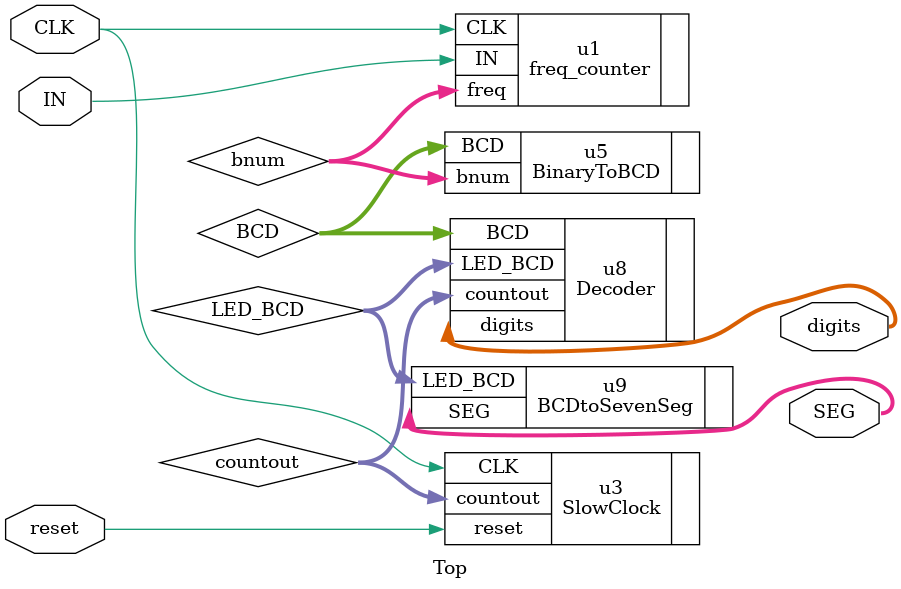
<source format=v>
module Top(
    input IN,
    input CLK, 
    input reset,
    output [3:0]digits,
    output [6:0] SEG 
);

wire [11:0]bnum;
wire [1:0]countout;
wire [15:0] BCD;
wire [3:0] LED_BCD;


SlowClock u3(
    .CLK(CLK),
    .reset(reset),
    .countout(countout)
    );
freq_counter u1(
          .CLK(CLK),
          .IN(IN),
          .freq(bnum)
);

BinaryToBCD u5(
    .bnum(bnum),
    .BCD(BCD)
);

    
Decoder u8(
    .countout(countout),
    .BCD(BCD),
    .digits(digits),
    .LED_BCD(LED_BCD)
    );
    
BCDtoSevenSeg u9(
    .LED_BCD(LED_BCD),
    .SEG(SEG)
    );
    
endmodule
</source>
